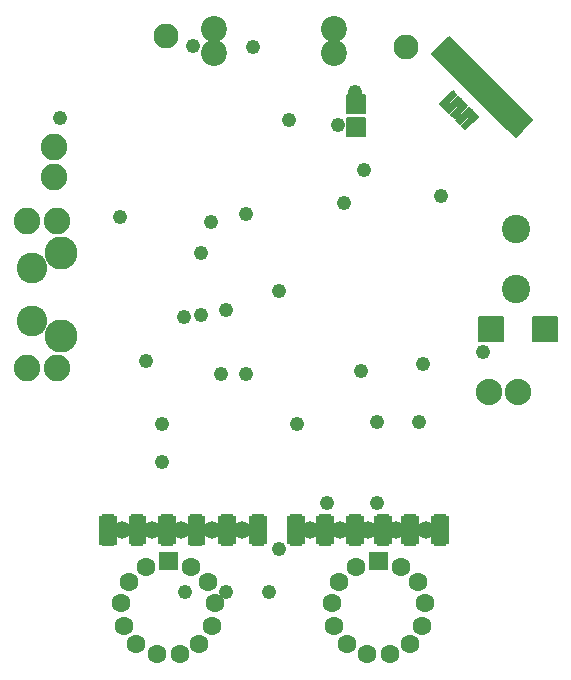
<source format=gbr>
%FSLAX34Y34*%
%MOMM*%
%LNSOLDERMASK_BOTTOM*%
G71*
G01*
%ADD10C, 1.60*%
%ADD11C, 2.12*%
%ADD12C, 2.40*%
%ADD13C, 2.60*%
%ADD14C, 2.80*%
%ADD15C, 2.20*%
%ADD16C, 0.20*%
%ADD17C, 2.25*%
%ADD18C, 2.40*%
%ADD19C, 2.20*%
%ADD20R, 1.10X2.70*%
%ADD21C, 1.21*%
%ADD22C, 2.24*%
%ADD23C, 1.50*%
%LPD*%
X55034Y-495991D02*
G54D10*
D03*
G36*
X-81962Y-486478D02*
X-97962Y-486478D01*
X-97962Y-470478D01*
X-81962Y-470478D01*
X-81962Y-486478D01*
G37*
G36*
X96038Y-486478D02*
X80038Y-486478D01*
X80038Y-470478D01*
X96038Y-470478D01*
X96038Y-486478D01*
G37*
X-91832Y-33998D02*
G54D11*
D03*
X111168Y-42998D02*
G54D11*
D03*
X204210Y-197036D02*
G54D12*
D03*
X-205320Y-230496D02*
G54D13*
D03*
X-205320Y-275506D02*
G54D13*
D03*
X-180330Y-217996D02*
G54D14*
D03*
X-180330Y-288006D02*
G54D14*
D03*
G54D15*
X203950Y-105086D02*
X148090Y-49226D01*
G36*
X161810Y-112936D02*
X172420Y-102326D01*
X169240Y-99146D01*
X158630Y-109756D01*
X161810Y-112936D01*
G37*
G54D16*
X161810Y-112936D02*
X172420Y-102326D01*
X169240Y-99146D01*
X158630Y-109756D01*
X161810Y-112936D01*
G36*
X157210Y-108336D02*
X167820Y-97736D01*
X164640Y-94546D01*
X154030Y-105156D01*
X157210Y-108336D01*
G37*
G54D16*
X157210Y-108336D02*
X167820Y-97736D01*
X164640Y-94546D01*
X154030Y-105156D01*
X157210Y-108336D01*
G36*
X152620Y-103736D02*
X163220Y-93136D01*
X160040Y-89956D01*
X149430Y-100556D01*
X152620Y-103736D01*
G37*
G54D16*
X152620Y-103736D02*
X163220Y-93136D01*
X160040Y-89956D01*
X149430Y-100556D01*
X152620Y-103736D01*
G36*
X148020Y-99146D02*
X158630Y-88536D01*
X155440Y-85356D01*
X144840Y-95956D01*
X148020Y-99146D01*
G37*
G54D16*
X148020Y-99146D02*
X158630Y-88536D01*
X155440Y-85356D01*
X144840Y-95956D01*
X148020Y-99146D01*
G36*
X143420Y-94546D02*
X154030Y-83936D01*
X150850Y-80756D01*
X140240Y-91366D01*
X143420Y-94546D01*
G37*
G54D16*
X143420Y-94546D02*
X154030Y-83936D01*
X150850Y-80756D01*
X140240Y-91366D01*
X143420Y-94546D01*
G36*
X189450Y-104726D02*
X204300Y-119576D01*
X218440Y-105436D01*
X203600Y-90586D01*
X189450Y-104726D01*
G37*
G54D16*
X189450Y-104726D02*
X204300Y-119576D01*
X218440Y-105436D01*
X203600Y-90586D01*
X189450Y-104726D01*
G36*
X133600Y-48876D02*
X148450Y-63726D01*
X162590Y-49576D01*
X147740Y-34726D01*
X133600Y-48876D01*
G37*
G54D16*
X133600Y-48876D02*
X148450Y-63726D01*
X162590Y-49576D01*
X147740Y-34726D01*
X133600Y-48876D01*
G36*
X173170Y-291996D02*
X193170Y-291996D01*
X193170Y-271996D01*
X173170Y-271996D01*
X173170Y-291996D01*
G37*
G54D16*
X173170Y-291996D02*
X193170Y-291996D01*
X193170Y-271996D01*
X173170Y-271996D01*
X173170Y-291996D01*
G36*
X219170Y-291996D02*
X239170Y-291996D01*
X239170Y-271996D01*
X219170Y-271996D01*
X219170Y-291996D01*
G37*
G54D16*
X219170Y-291996D02*
X239170Y-291996D01*
X239170Y-271996D01*
X219170Y-271996D01*
X219170Y-291996D01*
X-186830Y-128296D02*
G54D17*
D03*
X-186830Y-153696D02*
G54D17*
D03*
X-184130Y-314996D02*
G54D17*
D03*
X-209530Y-314996D02*
G54D17*
D03*
X-184130Y-190996D02*
G54D17*
D03*
X-209530Y-190996D02*
G54D17*
D03*
X204230Y-247846D02*
G54D18*
D03*
X50180Y-28000D02*
G54D19*
D03*
G36*
X-148466Y-440491D02*
X-133466Y-440491D01*
X-133466Y-464491D01*
X-148466Y-464491D01*
X-148466Y-440491D01*
G37*
X-140966Y-452491D02*
G54D20*
D03*
X-140966Y-452491D02*
G54D20*
D03*
X-140966Y-452491D02*
G54D20*
D03*
G36*
X-123456Y-440481D02*
X-108456Y-440481D01*
X-108456Y-464481D01*
X-123456Y-464481D01*
X-123456Y-440481D01*
G37*
X-115956Y-452481D02*
G54D20*
D03*
X-115956Y-452481D02*
G54D20*
D03*
X-115956Y-452481D02*
G54D20*
D03*
G36*
X-98456Y-440481D02*
X-83456Y-440481D01*
X-83456Y-464481D01*
X-98456Y-464481D01*
X-98456Y-440481D01*
G37*
X-90956Y-452481D02*
G54D20*
D03*
X-90956Y-452481D02*
G54D20*
D03*
X-90956Y-452481D02*
G54D20*
D03*
G36*
X-73466Y-440491D02*
X-58466Y-440491D01*
X-58466Y-464491D01*
X-73466Y-464491D01*
X-73466Y-440491D01*
G37*
X-65966Y-452491D02*
G54D20*
D03*
X-65966Y-452491D02*
G54D20*
D03*
X-65966Y-452491D02*
G54D20*
D03*
G36*
X-47456Y-440481D02*
X-32456Y-440481D01*
X-32456Y-464481D01*
X-47456Y-464481D01*
X-47456Y-440481D01*
G37*
X-39956Y-452481D02*
G54D20*
D03*
X-39956Y-452481D02*
G54D20*
D03*
X-39956Y-452481D02*
G54D20*
D03*
G36*
X-21476Y-440481D02*
X-6476Y-440481D01*
X-6476Y-464481D01*
X-21476Y-464481D01*
X-21476Y-440481D01*
G37*
X-13976Y-452481D02*
G54D20*
D03*
X-13976Y-452481D02*
G54D20*
D03*
X-13976Y-452481D02*
G54D20*
D03*
G36*
X10534Y-440481D02*
X25534Y-440481D01*
X25534Y-464481D01*
X10534Y-464481D01*
X10534Y-440481D01*
G37*
X18034Y-452481D02*
G54D20*
D03*
X18034Y-452481D02*
G54D20*
D03*
X18034Y-452481D02*
G54D20*
D03*
G36*
X35524Y-440481D02*
X50524Y-440481D01*
X50524Y-464481D01*
X35524Y-464481D01*
X35524Y-440481D01*
G37*
X43024Y-452481D02*
G54D20*
D03*
X43024Y-452481D02*
G54D20*
D03*
X43024Y-452481D02*
G54D20*
D03*
G36*
X84544Y-440481D02*
X99544Y-440481D01*
X99544Y-464481D01*
X84544Y-464481D01*
X84544Y-440481D01*
G37*
X92044Y-452481D02*
G54D20*
D03*
X92044Y-452481D02*
G54D20*
D03*
X92044Y-452481D02*
G54D20*
D03*
G36*
X60514Y-440481D02*
X75514Y-440481D01*
X75514Y-464481D01*
X60514Y-464481D01*
X60514Y-440481D01*
G37*
X68014Y-452481D02*
G54D20*
D03*
X68014Y-452481D02*
G54D20*
D03*
X68014Y-452481D02*
G54D20*
D03*
G36*
X107534Y-440481D02*
X122534Y-440481D01*
X122534Y-464481D01*
X107534Y-464481D01*
X107534Y-440481D01*
G37*
X115034Y-452481D02*
G54D20*
D03*
X115034Y-452481D02*
G54D20*
D03*
X115034Y-452481D02*
G54D20*
D03*
G36*
X132524Y-440481D02*
X147524Y-440481D01*
X147524Y-464481D01*
X132524Y-464481D01*
X132524Y-440481D01*
G37*
X140024Y-452481D02*
G54D20*
D03*
X140024Y-452481D02*
G54D20*
D03*
X140024Y-452481D02*
G54D20*
D03*
X4034Y-468666D02*
G54D21*
D03*
X-4966Y-504491D02*
G54D21*
D03*
X-40966Y-504491D02*
G54D21*
D03*
X-75966Y-504481D02*
G54D21*
D03*
X-94830Y-395006D02*
G54D21*
D03*
X-95560Y-362646D02*
G54D21*
D03*
X19170Y-362236D02*
G54D21*
D03*
X-23830Y-320006D02*
G54D21*
D03*
X-44830Y-320006D02*
G54D21*
D03*
X-76830Y-272006D02*
G54D21*
D03*
X-61830Y-270006D02*
G54D21*
D03*
X-40830Y-266006D02*
G54D21*
D03*
X4170Y-250006D02*
G54D21*
D03*
X-24018Y-184615D02*
G54D21*
D03*
X-53580Y-191615D02*
G54D21*
D03*
X59170Y-175006D02*
G54D21*
D03*
X140680Y-169246D02*
G54D21*
D03*
X176360Y-301656D02*
G54D21*
D03*
X126170Y-312006D02*
G54D21*
D03*
X73160Y-317996D02*
G54D21*
D03*
X87160Y-360986D02*
G54D21*
D03*
X122160Y-360986D02*
G54D21*
D03*
X76200Y-147638D02*
G54D21*
D03*
X-181830Y-102996D02*
G54D21*
D03*
X12700Y-104775D02*
G54D21*
D03*
X-130557Y-186996D02*
G54D21*
D03*
X-109060Y-308996D02*
G54D21*
D03*
X-68830Y-42006D02*
G54D21*
D03*
X69034Y-483491D02*
G54D10*
D03*
X107034Y-483481D02*
G54D10*
D03*
X121534Y-496491D02*
G54D10*
D03*
X127534Y-513791D02*
G54D10*
D03*
X125334Y-533181D02*
G54D10*
D03*
X114534Y-548891D02*
G54D10*
D03*
X98044Y-557181D02*
G54D10*
D03*
X78834Y-557481D02*
G54D10*
D03*
X61244Y-548391D02*
G54D10*
D03*
X50734Y-533081D02*
G54D10*
D03*
X48544Y-513881D02*
G54D10*
D03*
X-50466Y-513791D02*
G54D10*
D03*
X-56466Y-496491D02*
G54D10*
D03*
X-70966Y-483481D02*
G54D10*
D03*
X-108966Y-483481D02*
G54D10*
D03*
X-122966Y-495991D02*
G54D10*
D03*
X-129466Y-513881D02*
G54D10*
D03*
X-127266Y-533081D02*
G54D10*
D03*
X-116766Y-548391D02*
G54D10*
D03*
X-99166Y-557491D02*
G54D10*
D03*
X-79966Y-557181D02*
G54D10*
D03*
X-63466Y-548881D02*
G54D10*
D03*
X-52666Y-533181D02*
G54D10*
D03*
X-61912Y-217488D02*
G54D21*
D03*
X44170Y-428996D02*
G54D21*
D03*
X87033Y-428996D02*
G54D21*
D03*
X-18030Y-43594D02*
G54D21*
D03*
X50180Y-47996D02*
G54D19*
D03*
X-50830Y-47996D02*
G54D19*
D03*
X-50830Y-27996D02*
G54D19*
D03*
X181680Y-334996D02*
G54D22*
D03*
X206580Y-334996D02*
G54D22*
D03*
X-128656Y-452481D02*
G54D23*
D03*
X-103256Y-452481D02*
G54D23*
D03*
X-79443Y-452481D02*
G54D23*
D03*
X-52456Y-452481D02*
G54D23*
D03*
X-27056Y-452481D02*
G54D23*
D03*
X128519Y-452481D02*
G54D23*
D03*
X103119Y-452481D02*
G54D23*
D03*
X79307Y-452481D02*
G54D23*
D03*
X55494Y-452481D02*
G54D23*
D03*
X30094Y-452481D02*
G54D23*
D03*
G36*
X76665Y-118541D02*
X61425Y-118541D01*
X61425Y-103301D01*
X76665Y-103301D01*
X76665Y-118541D01*
G37*
G54D16*
X76665Y-118541D02*
X61425Y-118541D01*
X61425Y-103301D01*
X76665Y-103301D01*
X76665Y-118541D01*
X53975Y-109538D02*
G54D21*
D03*
G36*
X76665Y-99491D02*
X61425Y-99491D01*
X61425Y-84251D01*
X76665Y-84251D01*
X76665Y-99491D01*
G37*
G54D16*
X76665Y-99491D02*
X61425Y-99491D01*
X61425Y-84251D01*
X76665Y-84251D01*
X76665Y-99491D01*
X68262Y-80962D02*
G54D21*
D03*
M02*

</source>
